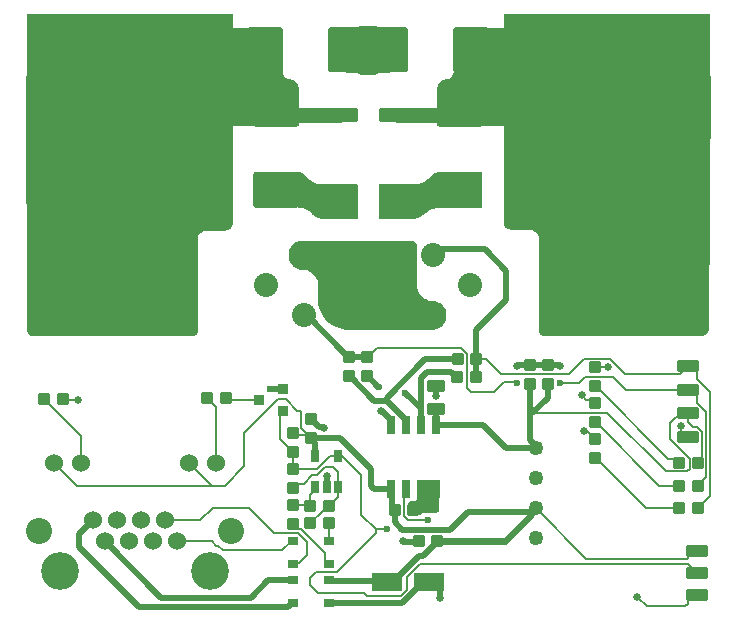
<source format=gtl>
G04*
G04 #@! TF.GenerationSoftware,Altium Limited,Altium Designer,23.10.1 (27)*
G04*
G04 Layer_Physical_Order=1*
G04 Layer_Color=255*
%FSLAX25Y25*%
%MOIN*%
G70*
G04*
G04 #@! TF.SameCoordinates,48329E4E-80D2-4777-9540-AAF0B2507E0B*
G04*
G04*
G04 #@! TF.FilePolarity,Positive*
G04*
G01*
G75*
%ADD12C,0.00600*%
G04:AMPARAMS|DCode=18|XSize=37mil|YSize=39mil|CornerRadius=1.85mil|HoleSize=0mil|Usage=FLASHONLY|Rotation=0.000|XOffset=0mil|YOffset=0mil|HoleType=Round|Shape=RoundedRectangle|*
%AMROUNDEDRECTD18*
21,1,0.03700,0.03530,0,0,0.0*
21,1,0.03330,0.03900,0,0,0.0*
1,1,0.00370,0.01665,-0.01765*
1,1,0.00370,-0.01665,-0.01765*
1,1,0.00370,-0.01665,0.01765*
1,1,0.00370,0.01665,0.01765*
%
%ADD18ROUNDEDRECTD18*%
G04:AMPARAMS|DCode=19|XSize=31mil|YSize=35mil|CornerRadius=1.55mil|HoleSize=0mil|Usage=FLASHONLY|Rotation=270.000|XOffset=0mil|YOffset=0mil|HoleType=Round|Shape=RoundedRectangle|*
%AMROUNDEDRECTD19*
21,1,0.03100,0.03190,0,0,270.0*
21,1,0.02790,0.03500,0,0,270.0*
1,1,0.00310,-0.01595,-0.01395*
1,1,0.00310,-0.01595,0.01395*
1,1,0.00310,0.01595,0.01395*
1,1,0.00310,0.01595,-0.01395*
%
%ADD19ROUNDEDRECTD19*%
G04:AMPARAMS|DCode=20|XSize=63mil|YSize=102mil|CornerRadius=7.88mil|HoleSize=0mil|Usage=FLASHONLY|Rotation=270.000|XOffset=0mil|YOffset=0mil|HoleType=Round|Shape=RoundedRectangle|*
%AMROUNDEDRECTD20*
21,1,0.06300,0.08625,0,0,270.0*
21,1,0.04725,0.10200,0,0,270.0*
1,1,0.01575,-0.04313,-0.02362*
1,1,0.01575,-0.04313,0.02362*
1,1,0.01575,0.04313,0.02362*
1,1,0.01575,0.04313,-0.02362*
%
%ADD20ROUNDEDRECTD20*%
G04:AMPARAMS|DCode=21|XSize=37mil|YSize=39mil|CornerRadius=1.85mil|HoleSize=0mil|Usage=FLASHONLY|Rotation=270.000|XOffset=0mil|YOffset=0mil|HoleType=Round|Shape=RoundedRectangle|*
%AMROUNDEDRECTD21*
21,1,0.03700,0.03530,0,0,270.0*
21,1,0.03330,0.03900,0,0,270.0*
1,1,0.00370,-0.01765,-0.01665*
1,1,0.00370,-0.01765,0.01665*
1,1,0.00370,0.01765,0.01665*
1,1,0.00370,0.01765,-0.01665*
%
%ADD21ROUNDEDRECTD21*%
G04:AMPARAMS|DCode=22|XSize=71mil|YSize=39mil|CornerRadius=4.88mil|HoleSize=0mil|Usage=FLASHONLY|Rotation=0.000|XOffset=0mil|YOffset=0mil|HoleType=Round|Shape=RoundedRectangle|*
%AMROUNDEDRECTD22*
21,1,0.07100,0.02925,0,0,0.0*
21,1,0.06125,0.03900,0,0,0.0*
1,1,0.00975,0.03063,-0.01463*
1,1,0.00975,-0.03063,-0.01463*
1,1,0.00975,-0.03063,0.01463*
1,1,0.00975,0.03063,0.01463*
%
%ADD22ROUNDEDRECTD22*%
G04:AMPARAMS|DCode=23|XSize=61mil|YSize=24mil|CornerRadius=1.2mil|HoleSize=0mil|Usage=FLASHONLY|Rotation=90.000|XOffset=0mil|YOffset=0mil|HoleType=Round|Shape=RoundedRectangle|*
%AMROUNDEDRECTD23*
21,1,0.06100,0.02160,0,0,90.0*
21,1,0.05860,0.02400,0,0,90.0*
1,1,0.00240,0.01080,0.02930*
1,1,0.00240,0.01080,-0.02930*
1,1,0.00240,-0.01080,-0.02930*
1,1,0.00240,-0.01080,0.02930*
%
%ADD23ROUNDEDRECTD23*%
G04:AMPARAMS|DCode=24|XSize=24mil|YSize=41mil|CornerRadius=1.2mil|HoleSize=0mil|Usage=FLASHONLY|Rotation=0.000|XOffset=0mil|YOffset=0mil|HoleType=Round|Shape=RoundedRectangle|*
%AMROUNDEDRECTD24*
21,1,0.02400,0.03860,0,0,0.0*
21,1,0.02160,0.04100,0,0,0.0*
1,1,0.00240,0.01080,-0.01930*
1,1,0.00240,-0.01080,-0.01930*
1,1,0.00240,-0.01080,0.01930*
1,1,0.00240,0.01080,0.01930*
%
%ADD24ROUNDEDRECTD24*%
G04:AMPARAMS|DCode=25|XSize=49mil|YSize=125mil|CornerRadius=6.13mil|HoleSize=0mil|Usage=FLASHONLY|Rotation=90.000|XOffset=0mil|YOffset=0mil|HoleType=Round|Shape=RoundedRectangle|*
%AMROUNDEDRECTD25*
21,1,0.04900,0.11275,0,0,90.0*
21,1,0.03675,0.12500,0,0,90.0*
1,1,0.01225,0.05638,0.01838*
1,1,0.01225,0.05638,-0.01838*
1,1,0.01225,-0.05638,-0.01838*
1,1,0.01225,-0.05638,0.01838*
%
%ADD25ROUNDEDRECTD25*%
G04:AMPARAMS|DCode=26|XSize=150mil|YSize=119mil|CornerRadius=5.95mil|HoleSize=0mil|Usage=FLASHONLY|Rotation=0.000|XOffset=0mil|YOffset=0mil|HoleType=Round|Shape=RoundedRectangle|*
%AMROUNDEDRECTD26*
21,1,0.15000,0.10710,0,0,0.0*
21,1,0.13810,0.11900,0,0,0.0*
1,1,0.01190,0.06905,-0.05355*
1,1,0.01190,-0.06905,-0.05355*
1,1,0.01190,-0.06905,0.05355*
1,1,0.01190,0.06905,0.05355*
%
%ADD26ROUNDEDRECTD26*%
G04:AMPARAMS|DCode=27|XSize=150mil|YSize=119mil|CornerRadius=5.95mil|HoleSize=0mil|Usage=FLASHONLY|Rotation=90.000|XOffset=0mil|YOffset=0mil|HoleType=Round|Shape=RoundedRectangle|*
%AMROUNDEDRECTD27*
21,1,0.15000,0.10710,0,0,90.0*
21,1,0.13810,0.11900,0,0,90.0*
1,1,0.01190,0.05355,0.06905*
1,1,0.01190,0.05355,-0.06905*
1,1,0.01190,-0.05355,-0.06905*
1,1,0.01190,-0.05355,0.06905*
%
%ADD27ROUNDEDRECTD27*%
G04:AMPARAMS|DCode=28|XSize=31.5mil|YSize=26mil|CornerRadius=1.3mil|HoleSize=0mil|Usage=FLASHONLY|Rotation=0.000|XOffset=0mil|YOffset=0mil|HoleType=Round|Shape=RoundedRectangle|*
%AMROUNDEDRECTD28*
21,1,0.03150,0.02340,0,0,0.0*
21,1,0.02890,0.02600,0,0,0.0*
1,1,0.00260,0.01445,-0.01170*
1,1,0.00260,-0.01445,-0.01170*
1,1,0.00260,-0.01445,0.01170*
1,1,0.00260,0.01445,0.01170*
%
%ADD28ROUNDEDRECTD28*%
G04:AMPARAMS|DCode=29|XSize=43mil|YSize=98mil|CornerRadius=2.15mil|HoleSize=0mil|Usage=FLASHONLY|Rotation=270.000|XOffset=0mil|YOffset=0mil|HoleType=Round|Shape=RoundedRectangle|*
%AMROUNDEDRECTD29*
21,1,0.04300,0.09370,0,0,270.0*
21,1,0.03870,0.09800,0,0,270.0*
1,1,0.00430,-0.04685,-0.01935*
1,1,0.00430,-0.04685,0.01935*
1,1,0.00430,0.04685,0.01935*
1,1,0.00430,0.04685,-0.01935*
%
%ADD29ROUNDEDRECTD29*%
G04:AMPARAMS|DCode=30|XSize=39mil|YSize=57mil|CornerRadius=1.95mil|HoleSize=0mil|Usage=FLASHONLY|Rotation=270.000|XOffset=0mil|YOffset=0mil|HoleType=Round|Shape=RoundedRectangle|*
%AMROUNDEDRECTD30*
21,1,0.03900,0.05310,0,0,270.0*
21,1,0.03510,0.05700,0,0,270.0*
1,1,0.00390,-0.02655,-0.01755*
1,1,0.00390,-0.02655,0.01755*
1,1,0.00390,0.02655,0.01755*
1,1,0.00390,0.02655,-0.01755*
%
%ADD30ROUNDEDRECTD30*%
%ADD52C,0.02000*%
%ADD53C,0.05000*%
G04:AMPARAMS|DCode=54|XSize=341mil|YSize=563mil|CornerRadius=17.05mil|HoleSize=0mil|Usage=FLASHONLY|Rotation=270.000|XOffset=0mil|YOffset=0mil|HoleType=Round|Shape=RoundedRectangle|*
%AMROUNDEDRECTD54*
21,1,0.34100,0.52890,0,0,270.0*
21,1,0.30690,0.56300,0,0,270.0*
1,1,0.03410,-0.26445,-0.15345*
1,1,0.03410,-0.26445,0.15345*
1,1,0.03410,0.26445,0.15345*
1,1,0.03410,0.26445,-0.15345*
%
%ADD54ROUNDEDRECTD54*%
%ADD55C,0.08000*%
%ADD56C,0.02500*%
%ADD57C,0.04940*%
%ADD58R,0.68750X0.68750*%
%ADD59C,0.06000*%
%ADD60C,0.12600*%
%ADD61C,0.08700*%
%ADD62C,0.02362*%
G36*
X118075Y195661D02*
X118103Y195649D01*
X118500Y195400D01*
X118575Y195333D01*
X118741Y195221D01*
X118741Y195221D01*
X118927Y195144D01*
X119124Y195105D01*
X119224Y195100D01*
X122700D01*
Y187600D01*
Y180100D01*
X119224D01*
X119124Y180095D01*
X118927Y180056D01*
X118741Y179979D01*
X118575Y179867D01*
X118500Y179800D01*
X118429Y179729D01*
X118261Y179617D01*
X118075Y179539D01*
X117877Y179500D01*
X112723D01*
X112525Y179539D01*
X112339Y179617D01*
X112171Y179729D01*
X112100Y179800D01*
X112025Y179867D01*
X111859Y179979D01*
X111673Y180056D01*
X111476Y180095D01*
X111376Y180100D01*
X107900D01*
Y187600D01*
Y195100D01*
X111376D01*
X111476Y195105D01*
X111673Y195144D01*
X111859Y195221D01*
X112025Y195333D01*
X112100Y195400D01*
X112171Y195471D01*
X112339Y195583D01*
X112525Y195661D01*
X112723Y195700D01*
X117877D01*
X118075Y195661D01*
D02*
G37*
G36*
X153161Y146935D02*
X153223Y146910D01*
X153279Y146872D01*
X153302Y146849D01*
X153350Y146801D01*
X153405Y146719D01*
Y135533D01*
X153386Y135488D01*
X153274Y135320D01*
X153202Y135249D01*
X153179Y135225D01*
X153123Y135187D01*
X153061Y135162D01*
X152995Y135149D01*
X139072D01*
X138370Y135114D01*
X136991Y134840D01*
X135692Y134302D01*
X134524Y133521D01*
X134002Y133049D01*
X133622Y132668D01*
X132727Y132070D01*
X131733Y131659D01*
X130678Y131449D01*
X119002D01*
X118902Y131549D01*
Y142641D01*
X118916Y142707D01*
X118941Y142769D01*
X118979Y142825D01*
X119002Y142849D01*
X119050Y142896D01*
X119162Y142971D01*
X119286Y143022D01*
X119418Y143049D01*
X131481D01*
X131983Y143073D01*
X132968Y143269D01*
X133895Y143653D01*
X134730Y144211D01*
X135102Y144549D01*
X136654Y146100D01*
X136654D01*
X137024Y146414D01*
X137330Y146619D01*
X137857Y146837D01*
X138417Y146949D01*
X153095D01*
X153161Y146935D01*
D02*
G37*
G36*
X92845Y146889D02*
X93372Y146670D01*
X93847Y146353D01*
X94049Y146151D01*
X95600Y144600D01*
X95972Y144263D01*
X96807Y143705D01*
X97735Y143321D01*
X98719Y143125D01*
X99221Y143100D01*
X111284D01*
X111416Y143074D01*
X111541Y143022D01*
X111652Y142948D01*
X111700Y142900D01*
X111724Y142876D01*
X111761Y142820D01*
X111787Y142758D01*
X111800Y142692D01*
Y142659D01*
Y131600D01*
X111700Y131500D01*
X100025D01*
X98969Y131710D01*
X97975Y132122D01*
X97080Y132720D01*
X96700Y133100D01*
X96179Y133572D01*
X95010Y134353D01*
X93711Y134891D01*
X92333Y135166D01*
X91630Y135200D01*
X77708D01*
X77642Y135213D01*
X77580Y135239D01*
X77524Y135276D01*
X77500Y135300D01*
X77429Y135371D01*
X77317Y135539D01*
X77239Y135725D01*
X77200Y135923D01*
Y136024D01*
Y146417D01*
Y146484D01*
X77226Y146616D01*
X77278Y146741D01*
X77352Y146852D01*
X77400Y146900D01*
X77424Y146924D01*
X77480Y146961D01*
X77542Y146987D01*
X77608Y147000D01*
X92285D01*
X92845Y146889D01*
D02*
G37*
G36*
X86571Y195029D02*
X86683Y194861D01*
X86761Y194675D01*
X86800Y194477D01*
Y194376D01*
Y180200D01*
X86844Y179751D01*
X87188Y178922D01*
X87822Y178288D01*
X88651Y177944D01*
X89100Y177900D01*
X89405D01*
X90004Y177781D01*
X90568Y177547D01*
X91076Y177208D01*
X91508Y176776D01*
X91847Y176268D01*
X92081Y175704D01*
X92200Y175105D01*
Y174800D01*
Y162900D01*
Y162761D01*
X92093Y162504D01*
X91896Y162307D01*
X91639Y162200D01*
X70100D01*
X70100Y130100D01*
X70100Y129844D01*
X70000Y129342D01*
X69804Y128868D01*
X69520Y128443D01*
X69157Y128080D01*
X68732Y127796D01*
X68258Y127600D01*
X67756Y127500D01*
X67500Y127500D01*
X61600D01*
X61277Y127484D01*
X60642Y127358D01*
X60044Y127110D01*
X59506Y126751D01*
X59049Y126294D01*
X58690Y125756D01*
X58442Y125158D01*
X58316Y124523D01*
X58300Y124200D01*
X58300Y95300D01*
X58300Y95024D01*
X58192Y94483D01*
X57981Y93974D01*
X57675Y93515D01*
X57285Y93125D01*
X56826Y92819D01*
X56317Y92608D01*
X55776Y92500D01*
X55500Y92500D01*
X3182D01*
X2410Y92820D01*
X1820Y93410D01*
X1500Y94182D01*
Y94600D01*
X1102Y178846D01*
X1454Y179200D01*
X35504D01*
X35500Y180000D01*
X47671Y192171D01*
X48368Y192868D01*
X50005Y193962D01*
X51825Y194716D01*
X53757Y195100D01*
X86500D01*
X86571Y195029D01*
D02*
G37*
G36*
X130673Y123885D02*
X131301Y123301D01*
X131646Y122578D01*
X131700Y122100D01*
X131700Y122100D01*
X131700Y122100D01*
X131700Y109400D01*
X131726Y108861D01*
X131937Y107803D01*
X132349Y106807D01*
X132948Y105911D01*
X133711Y105148D01*
X134607Y104549D01*
X135603Y104137D01*
X136661Y103926D01*
X137200Y103900D01*
X137604D01*
X138396Y103742D01*
X139142Y103433D01*
X139814Y102985D01*
X140385Y102414D01*
X140833Y101742D01*
X141142Y100996D01*
X141300Y100204D01*
Y99800D01*
X141300Y99100D01*
X141300Y98647D01*
X141123Y97758D01*
X140777Y96921D01*
X140273Y96167D01*
X139632Y95527D01*
X138879Y95023D01*
X138041Y94677D01*
X137192Y94508D01*
X136700Y94500D01*
X136700Y94500D01*
X136700Y94500D01*
X108700D01*
X107715Y94500D01*
X105783Y94884D01*
X103963Y95638D01*
X102325Y96732D01*
X100933Y98125D01*
X99838Y99763D01*
X99084Y101583D01*
X98700Y103515D01*
X98700Y104499D01*
X98700Y104500D01*
Y109100D01*
X98674Y109629D01*
X98467Y110668D01*
X98062Y111645D01*
X97474Y112526D01*
X96726Y113274D01*
X95846Y113862D01*
X94867Y114268D01*
X93829Y114474D01*
X93300Y114500D01*
X92857Y114500D01*
X91987Y114673D01*
X91168Y115012D01*
X90431Y115504D01*
X90376Y115559D01*
X89790Y116366D01*
X89360Y116796D01*
X89312Y116868D01*
X88973Y117687D01*
X88800Y118556D01*
X88800Y119000D01*
X88800Y119000D01*
X88800Y119900D01*
X88833Y120335D01*
X89060Y121177D01*
X89439Y121963D01*
X89958Y122664D01*
X90598Y123256D01*
X91338Y123719D01*
X92150Y124037D01*
X93008Y124197D01*
X93444Y124196D01*
X97944Y124189D01*
X106945Y124181D01*
X115945Y124182D01*
X124946Y124190D01*
X129446Y124198D01*
X129875Y124198D01*
X130673Y123885D01*
D02*
G37*
G36*
X178775Y194716D02*
X180595Y193962D01*
X182232Y192868D01*
X182929Y192171D01*
X195100Y180000D01*
X195097Y179539D01*
X229084D01*
X229437Y179184D01*
X229039Y94938D01*
Y94521D01*
X228719Y93749D01*
X228128Y93158D01*
X227356Y92839D01*
X175039D01*
X174763Y92839D01*
X174222Y92946D01*
X173712Y93157D01*
X173254Y93464D01*
X172864Y93854D01*
X172557Y94312D01*
X172346Y94822D01*
X172239Y95363D01*
X172239Y95639D01*
X172239Y124539D01*
X172223Y124862D01*
X172096Y125496D01*
X171849Y126094D01*
X171489Y126632D01*
X171032Y127089D01*
X170494Y127449D01*
X169896Y127696D01*
X169262Y127823D01*
X168939Y127839D01*
X163039D01*
X162782Y127839D01*
X162280Y127938D01*
X161807Y128134D01*
X161381Y128419D01*
X161019Y128781D01*
X160734Y129207D01*
X160538Y129680D01*
X160439Y130182D01*
X160439Y130438D01*
X160439Y162200D01*
X138961D01*
X138704Y162307D01*
X138507Y162504D01*
X138400Y162761D01*
Y162900D01*
Y174800D01*
Y175105D01*
X138519Y175704D01*
X138753Y176268D01*
X139092Y176776D01*
X139524Y177208D01*
X140032Y177547D01*
X140596Y177781D01*
X141195Y177900D01*
X141500D01*
X141949Y177944D01*
X142778Y178288D01*
X143412Y178922D01*
X143756Y179751D01*
X143800Y180200D01*
Y194376D01*
Y194477D01*
X143839Y194675D01*
X143917Y194861D01*
X144029Y195029D01*
X144100Y195100D01*
X176843D01*
X178775Y194716D01*
D02*
G37*
G36*
X138924Y44376D02*
X138961Y44320D01*
X138987Y44258D01*
X139000Y44192D01*
Y34216D01*
X138974Y34084D01*
X138922Y33959D01*
X138848Y33848D01*
X138800Y33800D01*
X138729Y33729D01*
X138561Y33617D01*
X138374Y33539D01*
X138177Y33500D01*
X133805D01*
X133700Y33500D01*
X133700Y33500D01*
X133653Y33498D01*
X133653Y33498D01*
X133560Y33479D01*
X133560Y33479D01*
X133472Y33443D01*
X133472Y33443D01*
X133394Y33390D01*
X133359Y33359D01*
X133359Y33359D01*
Y33359D01*
X132870Y32869D01*
X132672Y32737D01*
X132452Y32646D01*
X132219Y32600D01*
X128774D01*
X128600Y32774D01*
Y36559D01*
X128722Y36853D01*
X128947Y37078D01*
X129241Y37200D01*
X130400D01*
X130634Y37223D01*
X131067Y37402D01*
X131398Y37733D01*
X131577Y38166D01*
X131600Y38400D01*
X131600Y43986D01*
X132059Y44400D01*
X138900D01*
X138924Y44376D01*
D02*
G37*
D12*
X68000Y71800D02*
X68635Y71165D01*
X78635D02*
X78900Y70900D01*
X68635Y71165D02*
X78635D01*
X67500Y42400D02*
X74000Y48900D01*
X87800Y71400D02*
X91700Y67500D01*
X74000Y48900D02*
Y60100D01*
X85300Y71400D01*
X91700Y67500D02*
X92800D01*
X85300Y71400D02*
X87800D01*
X85900Y66300D02*
X86800Y67200D01*
X201100Y74500D02*
X223127D01*
X197000Y78600D02*
X201100Y74500D01*
X179231Y76600D02*
X179300D01*
X187500Y78600D02*
X197000D01*
X185500Y76600D02*
X187500Y78600D01*
X179300Y76600D02*
X185500D01*
X61700Y71700D02*
X64600Y68800D01*
X61700Y71700D02*
Y71800D01*
X64600Y49900D02*
Y68800D01*
X10600Y49900D02*
X18100Y42400D01*
X63100D01*
X95100Y59300D02*
X96100Y58300D01*
X94550Y59850D02*
X95100Y59300D01*
X90900D02*
X95100D01*
X63100Y42400D02*
X67500D01*
X55600Y49900D02*
X63100Y42400D01*
X92800Y61700D02*
X94550Y59950D01*
X96100Y58300D02*
X96200D01*
X94550Y59850D02*
Y59950D01*
X92800Y61700D02*
Y67500D01*
X85900Y57900D02*
Y66300D01*
X90100Y53700D02*
X90200D01*
X85900Y57900D02*
X90100Y53700D01*
X95000Y19500D02*
Y23600D01*
X90100Y16250D02*
X90574Y16724D01*
X92224D01*
X95000Y19500D01*
X84000Y26600D02*
X92000D01*
X95000Y23600D01*
X92927Y28150D02*
X100955Y20122D01*
X91750Y28150D02*
X92927D01*
X100955Y17250D02*
Y20122D01*
X169100Y65819D02*
X170081Y66800D01*
X146300Y88400D02*
X148200Y86500D01*
X118300Y88400D02*
X146300D01*
X148200Y75100D02*
Y86500D01*
X160500Y76900D02*
X164600D01*
X164900Y76600D01*
X151400Y84600D02*
X154600D01*
X159600Y79600D02*
X182208D01*
X154600Y84600D02*
X159600Y79600D01*
X149600Y73700D02*
X157300D01*
X160500Y76900D01*
X182208Y79600D02*
X187258Y84650D01*
X196048D01*
X200898Y79800D02*
X219300D01*
X196048Y84650D02*
X200898Y79800D01*
X191100Y81900D02*
X195100D01*
X191000Y82000D02*
X191100Y81900D01*
X220289Y81037D02*
X222000Y82500D01*
X220289Y80789D02*
Y81037D01*
X219300Y79800D02*
X220289Y80789D01*
X171100Y34900D02*
X188000Y18000D01*
X104900Y13600D02*
X117900Y26600D01*
Y28000D01*
X135081Y30881D02*
X135200Y31000D01*
X128619Y30881D02*
X135081D01*
X127200Y32300D02*
X128619Y30881D01*
X117900Y28000D02*
X121400D01*
X121500Y28100D01*
X113050Y32850D02*
X117900Y28000D01*
X127200Y40750D02*
X127800Y41350D01*
X127200Y32300D02*
Y40750D01*
X105200Y52500D02*
X105300Y52400D01*
X106700D01*
X113050Y32850D02*
Y46050D01*
X106700Y52400D02*
X113050Y46050D01*
X103500Y48800D02*
X105200Y47100D01*
Y41900D02*
Y47100D01*
Y38800D02*
Y41900D01*
X96000Y29900D02*
Y30000D01*
X100150Y34150D01*
X100750D01*
X102300Y35700D01*
Y35800D01*
X90200Y48000D02*
X98200D01*
X102700Y52500D02*
X105200D01*
X98200Y48000D02*
X102700Y52500D01*
X128300Y12000D02*
X132600Y16300D01*
X221900D01*
X128300Y7800D02*
Y12000D01*
X115000Y5700D02*
X126200D01*
X128300Y7800D01*
X98600Y6700D02*
X114000D01*
X115000Y5700D01*
X96000Y9300D02*
Y11600D01*
Y9300D02*
X98600Y6700D01*
X98000Y13600D02*
X104900D01*
X96000Y11600D02*
X98000Y13600D01*
X90200Y60000D02*
X90900Y59300D01*
X90200Y48000D02*
Y53700D01*
X101056Y48800D02*
X103500D01*
X91565Y43065D02*
X93765D01*
X96632Y45932D02*
X98188D01*
X93765Y43065D02*
X96632Y45932D01*
X98188D02*
X101056Y48800D01*
X90200Y41700D02*
X91565Y43065D01*
X102300Y35900D02*
X105200Y38800D01*
X102300Y35800D02*
Y35900D01*
X96000Y35800D02*
Y39330D01*
X97720Y41050D01*
Y41900D01*
X90200Y36000D02*
X90250Y35950D01*
X95850D01*
X96000Y35800D01*
X102100Y24100D02*
Y29700D01*
X102300Y29900D01*
X101955Y16250D02*
X102100D01*
X100955Y17250D02*
X101955Y16250D01*
X90200Y29700D02*
X91750Y28150D01*
X63613Y35100D02*
X75500D01*
X84000Y26600D01*
X59413Y30900D02*
X63613Y35100D01*
X89825Y24100D02*
X90100D01*
X86725Y21000D02*
X89825Y24100D01*
X66900Y21000D02*
X86725D01*
X47575Y30900D02*
X59413D01*
X65400Y22500D02*
X66900Y21000D01*
X64600Y22500D02*
X65400D01*
X51600Y23900D02*
X63200D01*
X64600Y22500D01*
X221900Y16300D02*
X224900Y13300D01*
X194950Y66800D02*
X214500Y47250D01*
X170081Y66800D02*
X194950D01*
X224763Y78083D02*
X229100Y73746D01*
X228000Y45300D02*
Y66946D01*
X224763Y70183D02*
X228000Y66946D01*
X225300Y42600D02*
X228000Y45300D01*
X225300Y35100D02*
X229100Y38900D01*
Y73746D01*
X225300Y50000D02*
X226600Y51300D01*
X224773Y62173D02*
X226600Y60346D01*
Y51300D02*
Y60346D01*
X215900Y58100D02*
Y63200D01*
X220706Y65306D02*
X222000Y66600D01*
X218006Y65306D02*
X220706D01*
X215900Y63200D02*
X218006Y65306D01*
X219700Y60236D02*
X221336Y58600D01*
X219700Y60236D02*
Y62400D01*
X221336Y58600D02*
X222000D01*
X215900Y58100D02*
X222600Y51400D01*
Y48100D02*
Y51400D01*
X214500Y47250D02*
X221750D01*
X222600Y48100D01*
X115100Y85200D02*
X118300Y88400D01*
X148200Y75100D02*
X149600Y73700D01*
X7400Y71200D02*
Y71300D01*
Y71200D02*
X19600Y59000D01*
Y49900D02*
Y59000D01*
X13700Y71300D02*
X14000Y71000D01*
X18500D01*
X223697Y20700D02*
X225000D01*
X222061Y19064D02*
X223697Y20700D01*
X222061Y18351D02*
Y19064D01*
X221710Y18000D02*
X222061Y18351D01*
X188000Y18000D02*
X221710D01*
X188502Y60398D02*
X190900Y58000D01*
X187523Y60398D02*
X188502D01*
X187160Y60762D02*
X187523Y60398D01*
X190900Y58000D02*
X191000D01*
X189920Y71080D02*
X191000Y70000D01*
X188020Y71080D02*
X189920D01*
X186500Y72600D02*
X188020Y71080D01*
X191000Y75700D02*
X191100D01*
X215335Y51465D01*
X217535D01*
X219000Y50000D01*
X212300Y42500D02*
X219000D01*
X191100Y63700D02*
X212300Y42500D01*
X191000Y63700D02*
X191100D01*
X207800Y35000D02*
X219000D01*
X191100Y51700D02*
X207800Y35000D01*
X191000Y51700D02*
X191100D01*
X222000Y63750D02*
Y66600D01*
Y63750D02*
X223577Y62173D01*
X224773D01*
X225300Y42500D02*
Y42600D01*
X224763Y70183D02*
Y72864D01*
X223127Y74500D02*
X224763Y72864D01*
Y78083D02*
Y80864D01*
X225300Y35000D02*
Y35100D01*
X223127Y82500D02*
X224763Y80864D01*
X222000Y82500D02*
X223127D01*
X115000Y85200D02*
X115100D01*
X46975Y30900D02*
X47575D01*
X51000Y23900D02*
X51600D01*
X223401Y5900D02*
X224900D01*
X221766Y4264D02*
X223401Y5900D01*
X221766Y3066D02*
Y4264D01*
X220900Y2200D02*
X221766Y3066D01*
X204900Y5500D02*
X208200Y2200D01*
X220900D01*
X224851Y5851D02*
X224900Y5900D01*
D18*
X225300Y35000D02*
D03*
X219000D02*
D03*
X96000Y35800D02*
D03*
X102300D02*
D03*
X219000Y42500D02*
D03*
X225300D02*
D03*
X151300Y78600D02*
D03*
X145000D02*
D03*
X151400Y84600D02*
D03*
X145100D02*
D03*
X96000Y29900D02*
D03*
X102300D02*
D03*
X61700Y71800D02*
D03*
X68000D02*
D03*
X7400Y71300D02*
D03*
X13700D02*
D03*
X219000Y50000D02*
D03*
X225300D02*
D03*
X130400Y34500D02*
D03*
X124100D02*
D03*
X132100Y23900D02*
D03*
X138400D02*
D03*
D19*
X78900Y70900D02*
D03*
X86800Y67200D02*
D03*
Y74600D02*
D03*
D20*
X121500Y10200D02*
D03*
X135700D02*
D03*
D21*
X175100Y76300D02*
D03*
Y82600D02*
D03*
X109000Y85200D02*
D03*
Y78900D02*
D03*
X115000Y85200D02*
D03*
Y78900D02*
D03*
X90200Y60000D02*
D03*
Y53700D02*
D03*
X191000Y51700D02*
D03*
Y58000D02*
D03*
Y63700D02*
D03*
Y70000D02*
D03*
X90200Y48000D02*
D03*
Y41700D02*
D03*
X191000Y75700D02*
D03*
Y82000D02*
D03*
X90200Y36000D02*
D03*
Y29700D02*
D03*
X96200Y64600D02*
D03*
Y58300D02*
D03*
X169100Y82600D02*
D03*
Y76300D02*
D03*
D22*
X222000Y82500D02*
D03*
Y74500D02*
D03*
Y58600D02*
D03*
Y66600D02*
D03*
X224900Y5900D02*
D03*
Y13300D02*
D03*
X225000Y20700D02*
D03*
D23*
X122800Y41350D02*
D03*
X127800D02*
D03*
X132800D02*
D03*
X137800D02*
D03*
X132800Y62650D02*
D03*
X127800D02*
D03*
X122800D02*
D03*
X137800D02*
D03*
D24*
X97720Y41900D02*
D03*
X101460D02*
D03*
X105200D02*
D03*
Y52500D02*
D03*
X97720D02*
D03*
D25*
X105600Y140700D02*
D03*
Y165900D02*
D03*
X125100D02*
D03*
Y140700D02*
D03*
D26*
X145900Y168100D02*
D03*
Y141100D02*
D03*
X84700Y168100D02*
D03*
Y141100D02*
D03*
D27*
X122700Y187600D02*
D03*
X149700D02*
D03*
X107900D02*
D03*
X80900D02*
D03*
D28*
X90100Y16250D02*
D03*
Y24100D02*
D03*
X102100D02*
D03*
Y16250D02*
D03*
X90100Y3200D02*
D03*
Y11050D02*
D03*
X102100D02*
D03*
Y3200D02*
D03*
D29*
X123800Y133600D02*
D03*
Y121400D02*
D03*
X106900D02*
D03*
Y133600D02*
D03*
D30*
X137800Y68100D02*
D03*
Y75600D02*
D03*
D52*
X82798Y74800D02*
X82998Y74600D01*
X82700Y74800D02*
X82798D01*
X82998Y74600D02*
X86800D01*
X96150Y58250D02*
X97720Y56680D01*
X96200Y64600D02*
X96300D01*
X99004Y61896D02*
X100504D01*
X96300Y64600D02*
X99004Y61896D01*
X100504D02*
X100600Y61800D01*
X170081Y66800D02*
X175100Y71819D01*
Y82600D02*
X175150Y82550D01*
X179250D01*
X179300Y82500D01*
X169050Y82550D02*
X169100Y82600D01*
X164950Y82550D02*
X169050D01*
X164900Y82500D02*
X164950Y82550D01*
X169100Y65819D02*
Y76300D01*
Y57696D02*
Y65819D01*
X175100Y71819D02*
Y76300D01*
X169100Y57696D02*
X171100Y55696D01*
Y54900D02*
Y55696D01*
X169100Y82600D02*
X175100D01*
X93900Y99200D02*
X95000D01*
X108050Y86150D01*
Y86050D02*
Y86150D01*
Y86050D02*
X108900Y85200D01*
X109000D01*
X109000D02*
X115000D01*
X161300Y104229D02*
Y114171D01*
X151400Y84600D02*
Y94329D01*
X138424Y119200D02*
X140424Y121200D01*
X136800Y119200D02*
X138424D01*
X154271Y121200D02*
X161300Y114171D01*
X140424Y121200D02*
X154271D01*
X151400Y94329D02*
X161300Y104229D01*
X168800Y33700D02*
X169900Y32600D01*
X142600Y27700D02*
X148600Y33700D01*
X168800D01*
X124100Y30300D02*
X126700Y27700D01*
X130450Y23850D02*
X130500Y23800D01*
X127000Y23900D02*
X127050Y23850D01*
X130450D01*
X126700Y27700D02*
X142600D01*
X133700Y19100D02*
X138400Y23800D01*
X161100D01*
X161200Y23900D01*
X169900Y32600D01*
X124100Y30300D02*
Y34500D01*
X123250Y35350D02*
X124100Y34500D01*
X117372Y41350D02*
X122600D01*
X123250Y35350D02*
Y39050D01*
X122600Y39700D02*
X123250Y39050D01*
X122600Y39700D02*
Y41150D01*
X138400Y23900D02*
X161200D01*
X123450Y10200D02*
X132350Y19100D01*
X133700D01*
X121500Y10200D02*
X123450D01*
X116200Y42522D02*
X117372Y41350D01*
X116200Y42522D02*
Y47950D01*
X105850Y58300D02*
X116200Y47950D01*
X121650Y71849D02*
X134401Y84600D01*
X121650Y70650D02*
Y71849D01*
X115100Y78900D02*
X118631Y75369D01*
X118931D02*
X119000Y75300D01*
X118631Y75369D02*
X118931D01*
X134401Y84600D02*
X145100D01*
X109100Y78900D02*
X117350Y70650D01*
X121650D01*
X127800Y64500D01*
Y62650D02*
Y64500D01*
X119996Y67304D02*
X122800Y64500D01*
X119500Y67400D02*
X119596Y67304D01*
X119996D01*
X115000Y78900D02*
X115100D01*
X122800Y62650D02*
Y64500D01*
X135700Y10200D02*
X137029D01*
X139179Y8050D01*
Y5021D02*
Y8050D01*
Y5021D02*
X139275Y4925D01*
X102100Y3200D02*
X126750D01*
X133750Y10200D01*
X135700D01*
X102100Y11050D02*
X102400Y10750D01*
X120950D01*
X121500Y10200D01*
X96200Y58300D02*
X105850D01*
X97720Y52500D02*
Y56680D01*
X101445Y41915D02*
X101460Y41900D01*
X101445Y41915D02*
Y45553D01*
X101430Y45568D02*
X101445Y45553D01*
X46325Y5100D02*
X76100D01*
X27525Y23900D02*
X46325Y5100D01*
X76100D02*
X82050Y11050D01*
X18800Y22000D02*
X38800Y2000D01*
X89825Y3200D02*
X90100D01*
X88625Y2000D02*
X89825Y3200D01*
X38800Y2000D02*
X88625D01*
X82050Y11050D02*
X90100D01*
X18800Y26200D02*
X23500Y30900D01*
X18800Y22000D02*
Y26200D01*
X137800Y75600D02*
X137850Y75550D01*
Y72350D02*
Y75550D01*
Y72350D02*
X137900Y72300D01*
X137800Y62650D02*
Y68100D01*
X132800Y68300D02*
Y78300D01*
X134800Y80300D01*
X127700Y73400D02*
X132800Y68300D01*
X134800Y80300D02*
X142978D01*
X145000Y78600D02*
Y78700D01*
X144150Y79550D02*
X145000Y78700D01*
X143728Y79550D02*
X144150D01*
X142978Y80300D02*
X143728Y79550D01*
X132800Y62650D02*
Y68300D01*
X161400Y54900D02*
X171100D01*
X153650Y62650D02*
X161400Y54900D01*
X137800Y39500D02*
Y41350D01*
X109000Y78900D02*
X109100D01*
X151300Y78600D02*
X151350Y78650D01*
Y84550D01*
X137800Y62650D02*
X153650D01*
D53*
X143450Y165950D02*
X145900Y168400D01*
X125150Y165950D02*
X143450D01*
X125100Y165900D02*
X125150Y165950D01*
X84700Y168400D02*
X87150Y165950D01*
X105550D01*
X105600Y165900D01*
D54*
X200200Y109200D02*
D03*
X30500D02*
D03*
D55*
X136800Y119200D02*
D03*
X149300Y109200D02*
D03*
X136800Y99200D02*
D03*
X93900Y119200D02*
D03*
X81400Y109200D02*
D03*
X93900Y99200D02*
D03*
D56*
X226000Y123800D02*
D03*
Y119300D02*
D03*
Y114800D02*
D03*
Y110300D02*
D03*
Y105800D02*
D03*
Y101300D02*
D03*
Y96800D02*
D03*
X222500Y121300D02*
D03*
Y116800D02*
D03*
Y103300D02*
D03*
Y98800D02*
D03*
Y94300D02*
D03*
X219000Y123800D02*
D03*
Y119300D02*
D03*
Y96800D02*
D03*
X215000Y121300D02*
D03*
Y98800D02*
D03*
Y94300D02*
D03*
X211000Y123300D02*
D03*
Y118800D02*
D03*
Y96300D02*
D03*
X206500Y120800D02*
D03*
Y116300D02*
D03*
Y102800D02*
D03*
Y98300D02*
D03*
Y93800D02*
D03*
X202000Y123300D02*
D03*
Y118800D02*
D03*
Y114300D02*
D03*
Y109800D02*
D03*
Y105300D02*
D03*
Y100800D02*
D03*
Y96300D02*
D03*
X197500Y120800D02*
D03*
Y116300D02*
D03*
Y111800D02*
D03*
Y107300D02*
D03*
Y102800D02*
D03*
Y98300D02*
D03*
Y93800D02*
D03*
X193000Y123300D02*
D03*
Y118800D02*
D03*
Y114300D02*
D03*
Y109800D02*
D03*
Y105300D02*
D03*
Y100800D02*
D03*
Y96300D02*
D03*
X188500Y120800D02*
D03*
Y116300D02*
D03*
Y111800D02*
D03*
Y107300D02*
D03*
Y102800D02*
D03*
Y98300D02*
D03*
Y93800D02*
D03*
X184000Y123300D02*
D03*
Y118800D02*
D03*
Y114300D02*
D03*
Y109800D02*
D03*
Y105300D02*
D03*
Y100800D02*
D03*
Y96300D02*
D03*
X179500Y120800D02*
D03*
Y116300D02*
D03*
Y111800D02*
D03*
Y107300D02*
D03*
Y102800D02*
D03*
Y98300D02*
D03*
Y93800D02*
D03*
X175500Y122800D02*
D03*
Y118300D02*
D03*
Y113800D02*
D03*
Y109300D02*
D03*
Y104800D02*
D03*
Y100300D02*
D03*
Y95800D02*
D03*
X55200Y122600D02*
D03*
Y118100D02*
D03*
Y113600D02*
D03*
Y109100D02*
D03*
Y104600D02*
D03*
Y100100D02*
D03*
Y95600D02*
D03*
X51200Y124600D02*
D03*
Y120100D02*
D03*
Y115600D02*
D03*
Y111100D02*
D03*
Y106600D02*
D03*
Y102100D02*
D03*
Y97600D02*
D03*
X46700Y122100D02*
D03*
Y117600D02*
D03*
Y113100D02*
D03*
Y108600D02*
D03*
Y104100D02*
D03*
Y99600D02*
D03*
Y95100D02*
D03*
X42200Y124600D02*
D03*
Y120100D02*
D03*
Y115600D02*
D03*
Y111100D02*
D03*
Y106600D02*
D03*
Y102100D02*
D03*
Y97600D02*
D03*
X37700Y122100D02*
D03*
Y117600D02*
D03*
Y113100D02*
D03*
Y108600D02*
D03*
Y104100D02*
D03*
Y99600D02*
D03*
Y95100D02*
D03*
X33200Y124600D02*
D03*
Y120100D02*
D03*
Y115600D02*
D03*
Y111100D02*
D03*
Y106600D02*
D03*
Y102100D02*
D03*
Y97600D02*
D03*
X28700Y122100D02*
D03*
Y117600D02*
D03*
Y113100D02*
D03*
Y108600D02*
D03*
Y104100D02*
D03*
Y99600D02*
D03*
Y95100D02*
D03*
X24200Y124600D02*
D03*
Y120100D02*
D03*
Y115600D02*
D03*
Y102100D02*
D03*
Y97600D02*
D03*
X19700Y122100D02*
D03*
Y99600D02*
D03*
Y95100D02*
D03*
X15700Y124100D02*
D03*
Y119600D02*
D03*
Y97100D02*
D03*
X11700Y121600D02*
D03*
Y99100D02*
D03*
Y94600D02*
D03*
X8200Y124100D02*
D03*
Y119600D02*
D03*
Y115100D02*
D03*
Y101600D02*
D03*
Y97100D02*
D03*
X4700Y121600D02*
D03*
Y117100D02*
D03*
Y112600D02*
D03*
Y108100D02*
D03*
Y103600D02*
D03*
Y99100D02*
D03*
Y94600D02*
D03*
X100600Y61800D02*
D03*
X164900Y82500D02*
D03*
X179300D02*
D03*
X195100Y81900D02*
D03*
X133600Y35600D02*
D03*
X137200Y35700D02*
D03*
X127000Y23900D02*
D03*
X119500Y67400D02*
D03*
X139275Y4925D02*
D03*
X101430Y45568D02*
D03*
X117200Y118900D02*
D03*
X113800D02*
D03*
X137900Y72300D02*
D03*
X219700Y62400D02*
D03*
X117200Y122200D02*
D03*
X115500Y115800D02*
D03*
X113800Y122200D02*
D03*
X115300Y180800D02*
D03*
Y184100D02*
D03*
Y187600D02*
D03*
Y190900D02*
D03*
Y194200D02*
D03*
X18500Y71000D02*
D03*
X187160Y60762D02*
D03*
X186500Y72600D02*
D03*
X204900Y5500D02*
D03*
D57*
X171100Y24900D02*
D03*
Y34900D02*
D03*
Y44900D02*
D03*
Y54900D02*
D03*
D58*
X194800Y165200D02*
D03*
X35800D02*
D03*
D59*
X51600Y23900D02*
D03*
X47575Y30900D02*
D03*
X43575Y23900D02*
D03*
X39525Y30900D02*
D03*
X35550Y23900D02*
D03*
X31525Y30900D02*
D03*
X27525Y23900D02*
D03*
X23500Y30900D02*
D03*
X64600Y49900D02*
D03*
X55600D02*
D03*
X19600D02*
D03*
X10600D02*
D03*
D60*
X12600Y13900D02*
D03*
X62600D02*
D03*
D61*
X5600Y27400D02*
D03*
X69600D02*
D03*
D62*
X82700Y74800D02*
D03*
X179300Y76600D02*
D03*
X164900D02*
D03*
X135200Y31000D02*
D03*
X121500Y28100D02*
D03*
X119000Y75300D02*
D03*
X127700Y73400D02*
D03*
M02*

</source>
